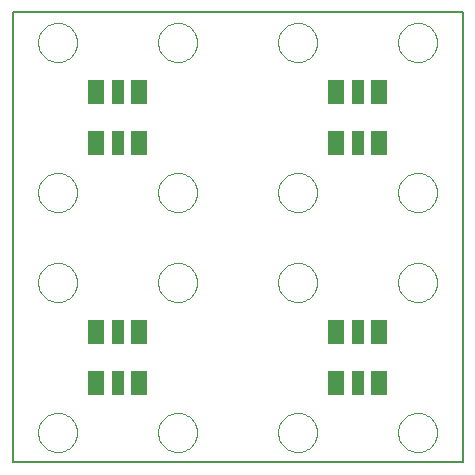
<source format=gbp>
G75*
G70*
%OFA0B0*%
%FSLAX24Y24*%
%IPPOS*%
%LPD*%
%AMOC8*
5,1,8,0,0,1.08239X$1,22.5*
%
%ADD10C,0.0080*%
%ADD11C,0.0000*%
%ADD12R,0.0551X0.0787*%
%ADD13R,0.0394X0.0787*%
D10*
X008338Y000501D02*
X008338Y015501D01*
X023338Y015501D01*
X023338Y000501D01*
X008338Y000501D01*
D11*
X009188Y001501D02*
X009190Y001551D01*
X009196Y001601D01*
X009206Y001651D01*
X009219Y001699D01*
X009236Y001747D01*
X009257Y001793D01*
X009281Y001837D01*
X009309Y001879D01*
X009340Y001919D01*
X009374Y001956D01*
X009411Y001991D01*
X009450Y002022D01*
X009491Y002051D01*
X009535Y002076D01*
X009581Y002098D01*
X009628Y002116D01*
X009676Y002130D01*
X009725Y002141D01*
X009775Y002148D01*
X009825Y002151D01*
X009876Y002150D01*
X009926Y002145D01*
X009976Y002136D01*
X010024Y002124D01*
X010072Y002107D01*
X010118Y002087D01*
X010163Y002064D01*
X010206Y002037D01*
X010246Y002007D01*
X010284Y001974D01*
X010319Y001938D01*
X010352Y001899D01*
X010381Y001858D01*
X010407Y001815D01*
X010430Y001770D01*
X010449Y001723D01*
X010464Y001675D01*
X010476Y001626D01*
X010484Y001576D01*
X010488Y001526D01*
X010488Y001476D01*
X010484Y001426D01*
X010476Y001376D01*
X010464Y001327D01*
X010449Y001279D01*
X010430Y001232D01*
X010407Y001187D01*
X010381Y001144D01*
X010352Y001103D01*
X010319Y001064D01*
X010284Y001028D01*
X010246Y000995D01*
X010206Y000965D01*
X010163Y000938D01*
X010118Y000915D01*
X010072Y000895D01*
X010024Y000878D01*
X009976Y000866D01*
X009926Y000857D01*
X009876Y000852D01*
X009825Y000851D01*
X009775Y000854D01*
X009725Y000861D01*
X009676Y000872D01*
X009628Y000886D01*
X009581Y000904D01*
X009535Y000926D01*
X009491Y000951D01*
X009450Y000980D01*
X009411Y001011D01*
X009374Y001046D01*
X009340Y001083D01*
X009309Y001123D01*
X009281Y001165D01*
X009257Y001209D01*
X009236Y001255D01*
X009219Y001303D01*
X009206Y001351D01*
X009196Y001401D01*
X009190Y001451D01*
X009188Y001501D01*
X013188Y001501D02*
X013190Y001551D01*
X013196Y001601D01*
X013206Y001651D01*
X013219Y001699D01*
X013236Y001747D01*
X013257Y001793D01*
X013281Y001837D01*
X013309Y001879D01*
X013340Y001919D01*
X013374Y001956D01*
X013411Y001991D01*
X013450Y002022D01*
X013491Y002051D01*
X013535Y002076D01*
X013581Y002098D01*
X013628Y002116D01*
X013676Y002130D01*
X013725Y002141D01*
X013775Y002148D01*
X013825Y002151D01*
X013876Y002150D01*
X013926Y002145D01*
X013976Y002136D01*
X014024Y002124D01*
X014072Y002107D01*
X014118Y002087D01*
X014163Y002064D01*
X014206Y002037D01*
X014246Y002007D01*
X014284Y001974D01*
X014319Y001938D01*
X014352Y001899D01*
X014381Y001858D01*
X014407Y001815D01*
X014430Y001770D01*
X014449Y001723D01*
X014464Y001675D01*
X014476Y001626D01*
X014484Y001576D01*
X014488Y001526D01*
X014488Y001476D01*
X014484Y001426D01*
X014476Y001376D01*
X014464Y001327D01*
X014449Y001279D01*
X014430Y001232D01*
X014407Y001187D01*
X014381Y001144D01*
X014352Y001103D01*
X014319Y001064D01*
X014284Y001028D01*
X014246Y000995D01*
X014206Y000965D01*
X014163Y000938D01*
X014118Y000915D01*
X014072Y000895D01*
X014024Y000878D01*
X013976Y000866D01*
X013926Y000857D01*
X013876Y000852D01*
X013825Y000851D01*
X013775Y000854D01*
X013725Y000861D01*
X013676Y000872D01*
X013628Y000886D01*
X013581Y000904D01*
X013535Y000926D01*
X013491Y000951D01*
X013450Y000980D01*
X013411Y001011D01*
X013374Y001046D01*
X013340Y001083D01*
X013309Y001123D01*
X013281Y001165D01*
X013257Y001209D01*
X013236Y001255D01*
X013219Y001303D01*
X013206Y001351D01*
X013196Y001401D01*
X013190Y001451D01*
X013188Y001501D01*
X017188Y001501D02*
X017190Y001551D01*
X017196Y001601D01*
X017206Y001651D01*
X017219Y001699D01*
X017236Y001747D01*
X017257Y001793D01*
X017281Y001837D01*
X017309Y001879D01*
X017340Y001919D01*
X017374Y001956D01*
X017411Y001991D01*
X017450Y002022D01*
X017491Y002051D01*
X017535Y002076D01*
X017581Y002098D01*
X017628Y002116D01*
X017676Y002130D01*
X017725Y002141D01*
X017775Y002148D01*
X017825Y002151D01*
X017876Y002150D01*
X017926Y002145D01*
X017976Y002136D01*
X018024Y002124D01*
X018072Y002107D01*
X018118Y002087D01*
X018163Y002064D01*
X018206Y002037D01*
X018246Y002007D01*
X018284Y001974D01*
X018319Y001938D01*
X018352Y001899D01*
X018381Y001858D01*
X018407Y001815D01*
X018430Y001770D01*
X018449Y001723D01*
X018464Y001675D01*
X018476Y001626D01*
X018484Y001576D01*
X018488Y001526D01*
X018488Y001476D01*
X018484Y001426D01*
X018476Y001376D01*
X018464Y001327D01*
X018449Y001279D01*
X018430Y001232D01*
X018407Y001187D01*
X018381Y001144D01*
X018352Y001103D01*
X018319Y001064D01*
X018284Y001028D01*
X018246Y000995D01*
X018206Y000965D01*
X018163Y000938D01*
X018118Y000915D01*
X018072Y000895D01*
X018024Y000878D01*
X017976Y000866D01*
X017926Y000857D01*
X017876Y000852D01*
X017825Y000851D01*
X017775Y000854D01*
X017725Y000861D01*
X017676Y000872D01*
X017628Y000886D01*
X017581Y000904D01*
X017535Y000926D01*
X017491Y000951D01*
X017450Y000980D01*
X017411Y001011D01*
X017374Y001046D01*
X017340Y001083D01*
X017309Y001123D01*
X017281Y001165D01*
X017257Y001209D01*
X017236Y001255D01*
X017219Y001303D01*
X017206Y001351D01*
X017196Y001401D01*
X017190Y001451D01*
X017188Y001501D01*
X021188Y001501D02*
X021190Y001551D01*
X021196Y001601D01*
X021206Y001651D01*
X021219Y001699D01*
X021236Y001747D01*
X021257Y001793D01*
X021281Y001837D01*
X021309Y001879D01*
X021340Y001919D01*
X021374Y001956D01*
X021411Y001991D01*
X021450Y002022D01*
X021491Y002051D01*
X021535Y002076D01*
X021581Y002098D01*
X021628Y002116D01*
X021676Y002130D01*
X021725Y002141D01*
X021775Y002148D01*
X021825Y002151D01*
X021876Y002150D01*
X021926Y002145D01*
X021976Y002136D01*
X022024Y002124D01*
X022072Y002107D01*
X022118Y002087D01*
X022163Y002064D01*
X022206Y002037D01*
X022246Y002007D01*
X022284Y001974D01*
X022319Y001938D01*
X022352Y001899D01*
X022381Y001858D01*
X022407Y001815D01*
X022430Y001770D01*
X022449Y001723D01*
X022464Y001675D01*
X022476Y001626D01*
X022484Y001576D01*
X022488Y001526D01*
X022488Y001476D01*
X022484Y001426D01*
X022476Y001376D01*
X022464Y001327D01*
X022449Y001279D01*
X022430Y001232D01*
X022407Y001187D01*
X022381Y001144D01*
X022352Y001103D01*
X022319Y001064D01*
X022284Y001028D01*
X022246Y000995D01*
X022206Y000965D01*
X022163Y000938D01*
X022118Y000915D01*
X022072Y000895D01*
X022024Y000878D01*
X021976Y000866D01*
X021926Y000857D01*
X021876Y000852D01*
X021825Y000851D01*
X021775Y000854D01*
X021725Y000861D01*
X021676Y000872D01*
X021628Y000886D01*
X021581Y000904D01*
X021535Y000926D01*
X021491Y000951D01*
X021450Y000980D01*
X021411Y001011D01*
X021374Y001046D01*
X021340Y001083D01*
X021309Y001123D01*
X021281Y001165D01*
X021257Y001209D01*
X021236Y001255D01*
X021219Y001303D01*
X021206Y001351D01*
X021196Y001401D01*
X021190Y001451D01*
X021188Y001501D01*
X021188Y006501D02*
X021190Y006551D01*
X021196Y006601D01*
X021206Y006651D01*
X021219Y006699D01*
X021236Y006747D01*
X021257Y006793D01*
X021281Y006837D01*
X021309Y006879D01*
X021340Y006919D01*
X021374Y006956D01*
X021411Y006991D01*
X021450Y007022D01*
X021491Y007051D01*
X021535Y007076D01*
X021581Y007098D01*
X021628Y007116D01*
X021676Y007130D01*
X021725Y007141D01*
X021775Y007148D01*
X021825Y007151D01*
X021876Y007150D01*
X021926Y007145D01*
X021976Y007136D01*
X022024Y007124D01*
X022072Y007107D01*
X022118Y007087D01*
X022163Y007064D01*
X022206Y007037D01*
X022246Y007007D01*
X022284Y006974D01*
X022319Y006938D01*
X022352Y006899D01*
X022381Y006858D01*
X022407Y006815D01*
X022430Y006770D01*
X022449Y006723D01*
X022464Y006675D01*
X022476Y006626D01*
X022484Y006576D01*
X022488Y006526D01*
X022488Y006476D01*
X022484Y006426D01*
X022476Y006376D01*
X022464Y006327D01*
X022449Y006279D01*
X022430Y006232D01*
X022407Y006187D01*
X022381Y006144D01*
X022352Y006103D01*
X022319Y006064D01*
X022284Y006028D01*
X022246Y005995D01*
X022206Y005965D01*
X022163Y005938D01*
X022118Y005915D01*
X022072Y005895D01*
X022024Y005878D01*
X021976Y005866D01*
X021926Y005857D01*
X021876Y005852D01*
X021825Y005851D01*
X021775Y005854D01*
X021725Y005861D01*
X021676Y005872D01*
X021628Y005886D01*
X021581Y005904D01*
X021535Y005926D01*
X021491Y005951D01*
X021450Y005980D01*
X021411Y006011D01*
X021374Y006046D01*
X021340Y006083D01*
X021309Y006123D01*
X021281Y006165D01*
X021257Y006209D01*
X021236Y006255D01*
X021219Y006303D01*
X021206Y006351D01*
X021196Y006401D01*
X021190Y006451D01*
X021188Y006501D01*
X017188Y006501D02*
X017190Y006551D01*
X017196Y006601D01*
X017206Y006651D01*
X017219Y006699D01*
X017236Y006747D01*
X017257Y006793D01*
X017281Y006837D01*
X017309Y006879D01*
X017340Y006919D01*
X017374Y006956D01*
X017411Y006991D01*
X017450Y007022D01*
X017491Y007051D01*
X017535Y007076D01*
X017581Y007098D01*
X017628Y007116D01*
X017676Y007130D01*
X017725Y007141D01*
X017775Y007148D01*
X017825Y007151D01*
X017876Y007150D01*
X017926Y007145D01*
X017976Y007136D01*
X018024Y007124D01*
X018072Y007107D01*
X018118Y007087D01*
X018163Y007064D01*
X018206Y007037D01*
X018246Y007007D01*
X018284Y006974D01*
X018319Y006938D01*
X018352Y006899D01*
X018381Y006858D01*
X018407Y006815D01*
X018430Y006770D01*
X018449Y006723D01*
X018464Y006675D01*
X018476Y006626D01*
X018484Y006576D01*
X018488Y006526D01*
X018488Y006476D01*
X018484Y006426D01*
X018476Y006376D01*
X018464Y006327D01*
X018449Y006279D01*
X018430Y006232D01*
X018407Y006187D01*
X018381Y006144D01*
X018352Y006103D01*
X018319Y006064D01*
X018284Y006028D01*
X018246Y005995D01*
X018206Y005965D01*
X018163Y005938D01*
X018118Y005915D01*
X018072Y005895D01*
X018024Y005878D01*
X017976Y005866D01*
X017926Y005857D01*
X017876Y005852D01*
X017825Y005851D01*
X017775Y005854D01*
X017725Y005861D01*
X017676Y005872D01*
X017628Y005886D01*
X017581Y005904D01*
X017535Y005926D01*
X017491Y005951D01*
X017450Y005980D01*
X017411Y006011D01*
X017374Y006046D01*
X017340Y006083D01*
X017309Y006123D01*
X017281Y006165D01*
X017257Y006209D01*
X017236Y006255D01*
X017219Y006303D01*
X017206Y006351D01*
X017196Y006401D01*
X017190Y006451D01*
X017188Y006501D01*
X013188Y006501D02*
X013190Y006551D01*
X013196Y006601D01*
X013206Y006651D01*
X013219Y006699D01*
X013236Y006747D01*
X013257Y006793D01*
X013281Y006837D01*
X013309Y006879D01*
X013340Y006919D01*
X013374Y006956D01*
X013411Y006991D01*
X013450Y007022D01*
X013491Y007051D01*
X013535Y007076D01*
X013581Y007098D01*
X013628Y007116D01*
X013676Y007130D01*
X013725Y007141D01*
X013775Y007148D01*
X013825Y007151D01*
X013876Y007150D01*
X013926Y007145D01*
X013976Y007136D01*
X014024Y007124D01*
X014072Y007107D01*
X014118Y007087D01*
X014163Y007064D01*
X014206Y007037D01*
X014246Y007007D01*
X014284Y006974D01*
X014319Y006938D01*
X014352Y006899D01*
X014381Y006858D01*
X014407Y006815D01*
X014430Y006770D01*
X014449Y006723D01*
X014464Y006675D01*
X014476Y006626D01*
X014484Y006576D01*
X014488Y006526D01*
X014488Y006476D01*
X014484Y006426D01*
X014476Y006376D01*
X014464Y006327D01*
X014449Y006279D01*
X014430Y006232D01*
X014407Y006187D01*
X014381Y006144D01*
X014352Y006103D01*
X014319Y006064D01*
X014284Y006028D01*
X014246Y005995D01*
X014206Y005965D01*
X014163Y005938D01*
X014118Y005915D01*
X014072Y005895D01*
X014024Y005878D01*
X013976Y005866D01*
X013926Y005857D01*
X013876Y005852D01*
X013825Y005851D01*
X013775Y005854D01*
X013725Y005861D01*
X013676Y005872D01*
X013628Y005886D01*
X013581Y005904D01*
X013535Y005926D01*
X013491Y005951D01*
X013450Y005980D01*
X013411Y006011D01*
X013374Y006046D01*
X013340Y006083D01*
X013309Y006123D01*
X013281Y006165D01*
X013257Y006209D01*
X013236Y006255D01*
X013219Y006303D01*
X013206Y006351D01*
X013196Y006401D01*
X013190Y006451D01*
X013188Y006501D01*
X009188Y006501D02*
X009190Y006551D01*
X009196Y006601D01*
X009206Y006651D01*
X009219Y006699D01*
X009236Y006747D01*
X009257Y006793D01*
X009281Y006837D01*
X009309Y006879D01*
X009340Y006919D01*
X009374Y006956D01*
X009411Y006991D01*
X009450Y007022D01*
X009491Y007051D01*
X009535Y007076D01*
X009581Y007098D01*
X009628Y007116D01*
X009676Y007130D01*
X009725Y007141D01*
X009775Y007148D01*
X009825Y007151D01*
X009876Y007150D01*
X009926Y007145D01*
X009976Y007136D01*
X010024Y007124D01*
X010072Y007107D01*
X010118Y007087D01*
X010163Y007064D01*
X010206Y007037D01*
X010246Y007007D01*
X010284Y006974D01*
X010319Y006938D01*
X010352Y006899D01*
X010381Y006858D01*
X010407Y006815D01*
X010430Y006770D01*
X010449Y006723D01*
X010464Y006675D01*
X010476Y006626D01*
X010484Y006576D01*
X010488Y006526D01*
X010488Y006476D01*
X010484Y006426D01*
X010476Y006376D01*
X010464Y006327D01*
X010449Y006279D01*
X010430Y006232D01*
X010407Y006187D01*
X010381Y006144D01*
X010352Y006103D01*
X010319Y006064D01*
X010284Y006028D01*
X010246Y005995D01*
X010206Y005965D01*
X010163Y005938D01*
X010118Y005915D01*
X010072Y005895D01*
X010024Y005878D01*
X009976Y005866D01*
X009926Y005857D01*
X009876Y005852D01*
X009825Y005851D01*
X009775Y005854D01*
X009725Y005861D01*
X009676Y005872D01*
X009628Y005886D01*
X009581Y005904D01*
X009535Y005926D01*
X009491Y005951D01*
X009450Y005980D01*
X009411Y006011D01*
X009374Y006046D01*
X009340Y006083D01*
X009309Y006123D01*
X009281Y006165D01*
X009257Y006209D01*
X009236Y006255D01*
X009219Y006303D01*
X009206Y006351D01*
X009196Y006401D01*
X009190Y006451D01*
X009188Y006501D01*
X009188Y009501D02*
X009190Y009551D01*
X009196Y009601D01*
X009206Y009651D01*
X009219Y009699D01*
X009236Y009747D01*
X009257Y009793D01*
X009281Y009837D01*
X009309Y009879D01*
X009340Y009919D01*
X009374Y009956D01*
X009411Y009991D01*
X009450Y010022D01*
X009491Y010051D01*
X009535Y010076D01*
X009581Y010098D01*
X009628Y010116D01*
X009676Y010130D01*
X009725Y010141D01*
X009775Y010148D01*
X009825Y010151D01*
X009876Y010150D01*
X009926Y010145D01*
X009976Y010136D01*
X010024Y010124D01*
X010072Y010107D01*
X010118Y010087D01*
X010163Y010064D01*
X010206Y010037D01*
X010246Y010007D01*
X010284Y009974D01*
X010319Y009938D01*
X010352Y009899D01*
X010381Y009858D01*
X010407Y009815D01*
X010430Y009770D01*
X010449Y009723D01*
X010464Y009675D01*
X010476Y009626D01*
X010484Y009576D01*
X010488Y009526D01*
X010488Y009476D01*
X010484Y009426D01*
X010476Y009376D01*
X010464Y009327D01*
X010449Y009279D01*
X010430Y009232D01*
X010407Y009187D01*
X010381Y009144D01*
X010352Y009103D01*
X010319Y009064D01*
X010284Y009028D01*
X010246Y008995D01*
X010206Y008965D01*
X010163Y008938D01*
X010118Y008915D01*
X010072Y008895D01*
X010024Y008878D01*
X009976Y008866D01*
X009926Y008857D01*
X009876Y008852D01*
X009825Y008851D01*
X009775Y008854D01*
X009725Y008861D01*
X009676Y008872D01*
X009628Y008886D01*
X009581Y008904D01*
X009535Y008926D01*
X009491Y008951D01*
X009450Y008980D01*
X009411Y009011D01*
X009374Y009046D01*
X009340Y009083D01*
X009309Y009123D01*
X009281Y009165D01*
X009257Y009209D01*
X009236Y009255D01*
X009219Y009303D01*
X009206Y009351D01*
X009196Y009401D01*
X009190Y009451D01*
X009188Y009501D01*
X013188Y009501D02*
X013190Y009551D01*
X013196Y009601D01*
X013206Y009651D01*
X013219Y009699D01*
X013236Y009747D01*
X013257Y009793D01*
X013281Y009837D01*
X013309Y009879D01*
X013340Y009919D01*
X013374Y009956D01*
X013411Y009991D01*
X013450Y010022D01*
X013491Y010051D01*
X013535Y010076D01*
X013581Y010098D01*
X013628Y010116D01*
X013676Y010130D01*
X013725Y010141D01*
X013775Y010148D01*
X013825Y010151D01*
X013876Y010150D01*
X013926Y010145D01*
X013976Y010136D01*
X014024Y010124D01*
X014072Y010107D01*
X014118Y010087D01*
X014163Y010064D01*
X014206Y010037D01*
X014246Y010007D01*
X014284Y009974D01*
X014319Y009938D01*
X014352Y009899D01*
X014381Y009858D01*
X014407Y009815D01*
X014430Y009770D01*
X014449Y009723D01*
X014464Y009675D01*
X014476Y009626D01*
X014484Y009576D01*
X014488Y009526D01*
X014488Y009476D01*
X014484Y009426D01*
X014476Y009376D01*
X014464Y009327D01*
X014449Y009279D01*
X014430Y009232D01*
X014407Y009187D01*
X014381Y009144D01*
X014352Y009103D01*
X014319Y009064D01*
X014284Y009028D01*
X014246Y008995D01*
X014206Y008965D01*
X014163Y008938D01*
X014118Y008915D01*
X014072Y008895D01*
X014024Y008878D01*
X013976Y008866D01*
X013926Y008857D01*
X013876Y008852D01*
X013825Y008851D01*
X013775Y008854D01*
X013725Y008861D01*
X013676Y008872D01*
X013628Y008886D01*
X013581Y008904D01*
X013535Y008926D01*
X013491Y008951D01*
X013450Y008980D01*
X013411Y009011D01*
X013374Y009046D01*
X013340Y009083D01*
X013309Y009123D01*
X013281Y009165D01*
X013257Y009209D01*
X013236Y009255D01*
X013219Y009303D01*
X013206Y009351D01*
X013196Y009401D01*
X013190Y009451D01*
X013188Y009501D01*
X017188Y009501D02*
X017190Y009551D01*
X017196Y009601D01*
X017206Y009651D01*
X017219Y009699D01*
X017236Y009747D01*
X017257Y009793D01*
X017281Y009837D01*
X017309Y009879D01*
X017340Y009919D01*
X017374Y009956D01*
X017411Y009991D01*
X017450Y010022D01*
X017491Y010051D01*
X017535Y010076D01*
X017581Y010098D01*
X017628Y010116D01*
X017676Y010130D01*
X017725Y010141D01*
X017775Y010148D01*
X017825Y010151D01*
X017876Y010150D01*
X017926Y010145D01*
X017976Y010136D01*
X018024Y010124D01*
X018072Y010107D01*
X018118Y010087D01*
X018163Y010064D01*
X018206Y010037D01*
X018246Y010007D01*
X018284Y009974D01*
X018319Y009938D01*
X018352Y009899D01*
X018381Y009858D01*
X018407Y009815D01*
X018430Y009770D01*
X018449Y009723D01*
X018464Y009675D01*
X018476Y009626D01*
X018484Y009576D01*
X018488Y009526D01*
X018488Y009476D01*
X018484Y009426D01*
X018476Y009376D01*
X018464Y009327D01*
X018449Y009279D01*
X018430Y009232D01*
X018407Y009187D01*
X018381Y009144D01*
X018352Y009103D01*
X018319Y009064D01*
X018284Y009028D01*
X018246Y008995D01*
X018206Y008965D01*
X018163Y008938D01*
X018118Y008915D01*
X018072Y008895D01*
X018024Y008878D01*
X017976Y008866D01*
X017926Y008857D01*
X017876Y008852D01*
X017825Y008851D01*
X017775Y008854D01*
X017725Y008861D01*
X017676Y008872D01*
X017628Y008886D01*
X017581Y008904D01*
X017535Y008926D01*
X017491Y008951D01*
X017450Y008980D01*
X017411Y009011D01*
X017374Y009046D01*
X017340Y009083D01*
X017309Y009123D01*
X017281Y009165D01*
X017257Y009209D01*
X017236Y009255D01*
X017219Y009303D01*
X017206Y009351D01*
X017196Y009401D01*
X017190Y009451D01*
X017188Y009501D01*
X021188Y009501D02*
X021190Y009551D01*
X021196Y009601D01*
X021206Y009651D01*
X021219Y009699D01*
X021236Y009747D01*
X021257Y009793D01*
X021281Y009837D01*
X021309Y009879D01*
X021340Y009919D01*
X021374Y009956D01*
X021411Y009991D01*
X021450Y010022D01*
X021491Y010051D01*
X021535Y010076D01*
X021581Y010098D01*
X021628Y010116D01*
X021676Y010130D01*
X021725Y010141D01*
X021775Y010148D01*
X021825Y010151D01*
X021876Y010150D01*
X021926Y010145D01*
X021976Y010136D01*
X022024Y010124D01*
X022072Y010107D01*
X022118Y010087D01*
X022163Y010064D01*
X022206Y010037D01*
X022246Y010007D01*
X022284Y009974D01*
X022319Y009938D01*
X022352Y009899D01*
X022381Y009858D01*
X022407Y009815D01*
X022430Y009770D01*
X022449Y009723D01*
X022464Y009675D01*
X022476Y009626D01*
X022484Y009576D01*
X022488Y009526D01*
X022488Y009476D01*
X022484Y009426D01*
X022476Y009376D01*
X022464Y009327D01*
X022449Y009279D01*
X022430Y009232D01*
X022407Y009187D01*
X022381Y009144D01*
X022352Y009103D01*
X022319Y009064D01*
X022284Y009028D01*
X022246Y008995D01*
X022206Y008965D01*
X022163Y008938D01*
X022118Y008915D01*
X022072Y008895D01*
X022024Y008878D01*
X021976Y008866D01*
X021926Y008857D01*
X021876Y008852D01*
X021825Y008851D01*
X021775Y008854D01*
X021725Y008861D01*
X021676Y008872D01*
X021628Y008886D01*
X021581Y008904D01*
X021535Y008926D01*
X021491Y008951D01*
X021450Y008980D01*
X021411Y009011D01*
X021374Y009046D01*
X021340Y009083D01*
X021309Y009123D01*
X021281Y009165D01*
X021257Y009209D01*
X021236Y009255D01*
X021219Y009303D01*
X021206Y009351D01*
X021196Y009401D01*
X021190Y009451D01*
X021188Y009501D01*
X021188Y014501D02*
X021190Y014551D01*
X021196Y014601D01*
X021206Y014651D01*
X021219Y014699D01*
X021236Y014747D01*
X021257Y014793D01*
X021281Y014837D01*
X021309Y014879D01*
X021340Y014919D01*
X021374Y014956D01*
X021411Y014991D01*
X021450Y015022D01*
X021491Y015051D01*
X021535Y015076D01*
X021581Y015098D01*
X021628Y015116D01*
X021676Y015130D01*
X021725Y015141D01*
X021775Y015148D01*
X021825Y015151D01*
X021876Y015150D01*
X021926Y015145D01*
X021976Y015136D01*
X022024Y015124D01*
X022072Y015107D01*
X022118Y015087D01*
X022163Y015064D01*
X022206Y015037D01*
X022246Y015007D01*
X022284Y014974D01*
X022319Y014938D01*
X022352Y014899D01*
X022381Y014858D01*
X022407Y014815D01*
X022430Y014770D01*
X022449Y014723D01*
X022464Y014675D01*
X022476Y014626D01*
X022484Y014576D01*
X022488Y014526D01*
X022488Y014476D01*
X022484Y014426D01*
X022476Y014376D01*
X022464Y014327D01*
X022449Y014279D01*
X022430Y014232D01*
X022407Y014187D01*
X022381Y014144D01*
X022352Y014103D01*
X022319Y014064D01*
X022284Y014028D01*
X022246Y013995D01*
X022206Y013965D01*
X022163Y013938D01*
X022118Y013915D01*
X022072Y013895D01*
X022024Y013878D01*
X021976Y013866D01*
X021926Y013857D01*
X021876Y013852D01*
X021825Y013851D01*
X021775Y013854D01*
X021725Y013861D01*
X021676Y013872D01*
X021628Y013886D01*
X021581Y013904D01*
X021535Y013926D01*
X021491Y013951D01*
X021450Y013980D01*
X021411Y014011D01*
X021374Y014046D01*
X021340Y014083D01*
X021309Y014123D01*
X021281Y014165D01*
X021257Y014209D01*
X021236Y014255D01*
X021219Y014303D01*
X021206Y014351D01*
X021196Y014401D01*
X021190Y014451D01*
X021188Y014501D01*
X017188Y014501D02*
X017190Y014551D01*
X017196Y014601D01*
X017206Y014651D01*
X017219Y014699D01*
X017236Y014747D01*
X017257Y014793D01*
X017281Y014837D01*
X017309Y014879D01*
X017340Y014919D01*
X017374Y014956D01*
X017411Y014991D01*
X017450Y015022D01*
X017491Y015051D01*
X017535Y015076D01*
X017581Y015098D01*
X017628Y015116D01*
X017676Y015130D01*
X017725Y015141D01*
X017775Y015148D01*
X017825Y015151D01*
X017876Y015150D01*
X017926Y015145D01*
X017976Y015136D01*
X018024Y015124D01*
X018072Y015107D01*
X018118Y015087D01*
X018163Y015064D01*
X018206Y015037D01*
X018246Y015007D01*
X018284Y014974D01*
X018319Y014938D01*
X018352Y014899D01*
X018381Y014858D01*
X018407Y014815D01*
X018430Y014770D01*
X018449Y014723D01*
X018464Y014675D01*
X018476Y014626D01*
X018484Y014576D01*
X018488Y014526D01*
X018488Y014476D01*
X018484Y014426D01*
X018476Y014376D01*
X018464Y014327D01*
X018449Y014279D01*
X018430Y014232D01*
X018407Y014187D01*
X018381Y014144D01*
X018352Y014103D01*
X018319Y014064D01*
X018284Y014028D01*
X018246Y013995D01*
X018206Y013965D01*
X018163Y013938D01*
X018118Y013915D01*
X018072Y013895D01*
X018024Y013878D01*
X017976Y013866D01*
X017926Y013857D01*
X017876Y013852D01*
X017825Y013851D01*
X017775Y013854D01*
X017725Y013861D01*
X017676Y013872D01*
X017628Y013886D01*
X017581Y013904D01*
X017535Y013926D01*
X017491Y013951D01*
X017450Y013980D01*
X017411Y014011D01*
X017374Y014046D01*
X017340Y014083D01*
X017309Y014123D01*
X017281Y014165D01*
X017257Y014209D01*
X017236Y014255D01*
X017219Y014303D01*
X017206Y014351D01*
X017196Y014401D01*
X017190Y014451D01*
X017188Y014501D01*
X013188Y014501D02*
X013190Y014551D01*
X013196Y014601D01*
X013206Y014651D01*
X013219Y014699D01*
X013236Y014747D01*
X013257Y014793D01*
X013281Y014837D01*
X013309Y014879D01*
X013340Y014919D01*
X013374Y014956D01*
X013411Y014991D01*
X013450Y015022D01*
X013491Y015051D01*
X013535Y015076D01*
X013581Y015098D01*
X013628Y015116D01*
X013676Y015130D01*
X013725Y015141D01*
X013775Y015148D01*
X013825Y015151D01*
X013876Y015150D01*
X013926Y015145D01*
X013976Y015136D01*
X014024Y015124D01*
X014072Y015107D01*
X014118Y015087D01*
X014163Y015064D01*
X014206Y015037D01*
X014246Y015007D01*
X014284Y014974D01*
X014319Y014938D01*
X014352Y014899D01*
X014381Y014858D01*
X014407Y014815D01*
X014430Y014770D01*
X014449Y014723D01*
X014464Y014675D01*
X014476Y014626D01*
X014484Y014576D01*
X014488Y014526D01*
X014488Y014476D01*
X014484Y014426D01*
X014476Y014376D01*
X014464Y014327D01*
X014449Y014279D01*
X014430Y014232D01*
X014407Y014187D01*
X014381Y014144D01*
X014352Y014103D01*
X014319Y014064D01*
X014284Y014028D01*
X014246Y013995D01*
X014206Y013965D01*
X014163Y013938D01*
X014118Y013915D01*
X014072Y013895D01*
X014024Y013878D01*
X013976Y013866D01*
X013926Y013857D01*
X013876Y013852D01*
X013825Y013851D01*
X013775Y013854D01*
X013725Y013861D01*
X013676Y013872D01*
X013628Y013886D01*
X013581Y013904D01*
X013535Y013926D01*
X013491Y013951D01*
X013450Y013980D01*
X013411Y014011D01*
X013374Y014046D01*
X013340Y014083D01*
X013309Y014123D01*
X013281Y014165D01*
X013257Y014209D01*
X013236Y014255D01*
X013219Y014303D01*
X013206Y014351D01*
X013196Y014401D01*
X013190Y014451D01*
X013188Y014501D01*
X009188Y014501D02*
X009190Y014551D01*
X009196Y014601D01*
X009206Y014651D01*
X009219Y014699D01*
X009236Y014747D01*
X009257Y014793D01*
X009281Y014837D01*
X009309Y014879D01*
X009340Y014919D01*
X009374Y014956D01*
X009411Y014991D01*
X009450Y015022D01*
X009491Y015051D01*
X009535Y015076D01*
X009581Y015098D01*
X009628Y015116D01*
X009676Y015130D01*
X009725Y015141D01*
X009775Y015148D01*
X009825Y015151D01*
X009876Y015150D01*
X009926Y015145D01*
X009976Y015136D01*
X010024Y015124D01*
X010072Y015107D01*
X010118Y015087D01*
X010163Y015064D01*
X010206Y015037D01*
X010246Y015007D01*
X010284Y014974D01*
X010319Y014938D01*
X010352Y014899D01*
X010381Y014858D01*
X010407Y014815D01*
X010430Y014770D01*
X010449Y014723D01*
X010464Y014675D01*
X010476Y014626D01*
X010484Y014576D01*
X010488Y014526D01*
X010488Y014476D01*
X010484Y014426D01*
X010476Y014376D01*
X010464Y014327D01*
X010449Y014279D01*
X010430Y014232D01*
X010407Y014187D01*
X010381Y014144D01*
X010352Y014103D01*
X010319Y014064D01*
X010284Y014028D01*
X010246Y013995D01*
X010206Y013965D01*
X010163Y013938D01*
X010118Y013915D01*
X010072Y013895D01*
X010024Y013878D01*
X009976Y013866D01*
X009926Y013857D01*
X009876Y013852D01*
X009825Y013851D01*
X009775Y013854D01*
X009725Y013861D01*
X009676Y013872D01*
X009628Y013886D01*
X009581Y013904D01*
X009535Y013926D01*
X009491Y013951D01*
X009450Y013980D01*
X009411Y014011D01*
X009374Y014046D01*
X009340Y014083D01*
X009309Y014123D01*
X009281Y014165D01*
X009257Y014209D01*
X009236Y014255D01*
X009219Y014303D01*
X009206Y014351D01*
X009196Y014401D01*
X009190Y014451D01*
X009188Y014501D01*
D12*
X011129Y012867D03*
X012547Y012867D03*
X012547Y011135D03*
X011129Y011135D03*
X019129Y011135D03*
X020547Y011135D03*
X020547Y012867D03*
X019129Y012867D03*
X019129Y004867D03*
X020547Y004867D03*
X020547Y003135D03*
X019129Y003135D03*
X012547Y003135D03*
X011129Y003135D03*
X011129Y004867D03*
X012547Y004867D03*
D13*
X011838Y004867D03*
X011838Y003135D03*
X019838Y003135D03*
X019838Y004867D03*
X019838Y011135D03*
X019838Y012867D03*
X011838Y012867D03*
X011838Y011135D03*
M02*

</source>
